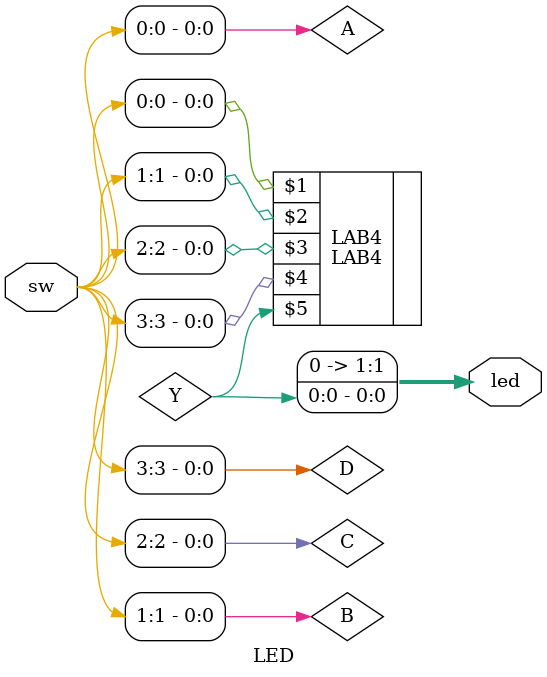
<source format=v>
`timescale 1ns / 1ps


module LED( 
        sw,led
    );
    input [3:0] sw;
    output [1:0] led;
    wire A, B, C, D, Y;
    LAB4 LAB4(A, B, C, D, Y);
    assign sw = {D, C, B, A};
    assign led[0] = Y;
    assign led[1] = 0;
endmodule


</source>
